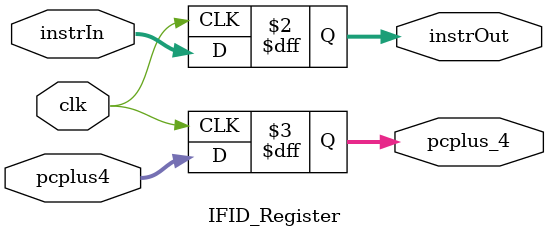
<source format=v>
`timescale 1ns / 1ps

module IFID_Register(

	input clk,
	input [31:0] instrIn,
	input [31:0] pcplus4,
	output reg [31:0] instrOut,
	output reg [31:0] pcplus_4
    );

always @(posedge clk)
begin
 instrOut <= instrIn;
 pcplus_4 <= pcplus4;
end

endmodule

</source>
